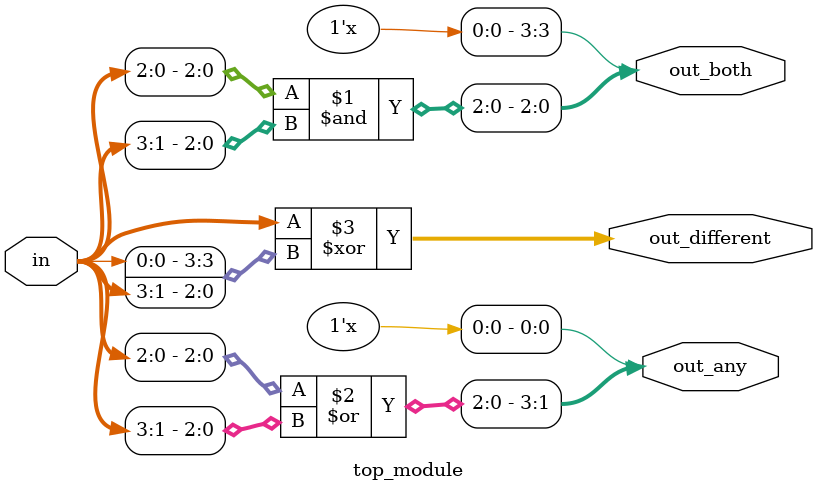
<source format=v>

module top_module (
  input  [3:0] in,
  output [3:0] out_both,
  output [3:0] out_any,
  output [3:0] out_different
);

  assign out_both[2:0] = in[2:0] & in[3:1];
  assign out_any[3:1]  = in[2:0] | in[3:1];
  assign out_different = in^{in[0], in[3:1]};

  // we don't care about out_both[3] or out_any[0]
  assign out_both[3] = 1'bx;
  assign out_any[0]  = 1'bx;

endmodule


</source>
